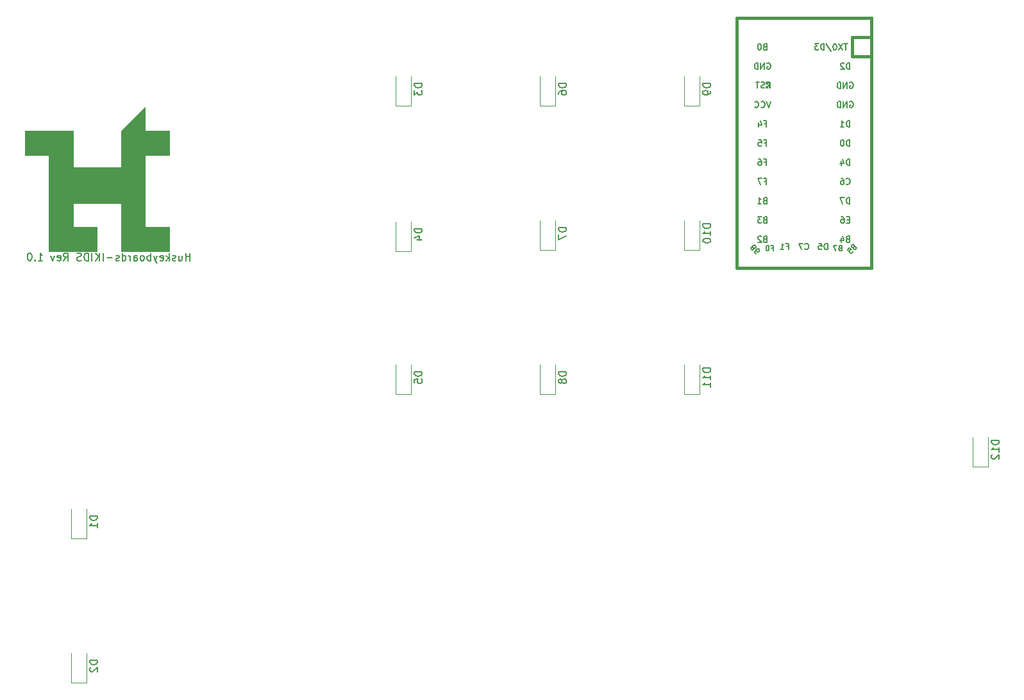
<source format=gbr>
%TF.GenerationSoftware,KiCad,Pcbnew,(5.1.9-0-10_14)*%
%TF.CreationDate,2021-04-17T16:13:15+09:00*%
%TF.ProjectId,IKIDS,494b4944-532e-46b6-9963-61645f706362,rev?*%
%TF.SameCoordinates,Original*%
%TF.FileFunction,Legend,Bot*%
%TF.FilePolarity,Positive*%
%FSLAX46Y46*%
G04 Gerber Fmt 4.6, Leading zero omitted, Abs format (unit mm)*
G04 Created by KiCad (PCBNEW (5.1.9-0-10_14)) date 2021-04-17 16:13:15*
%MOMM*%
%LPD*%
G01*
G04 APERTURE LIST*
%ADD10C,0.100000*%
%ADD11C,0.150000*%
%ADD12C,0.120000*%
%ADD13C,0.381000*%
G04 APERTURE END LIST*
D10*
G36*
X102393750Y-73818750D02*
G01*
X105568750Y-73818750D01*
X105568750Y-76993750D01*
X102393750Y-76993750D01*
X102393750Y-86518750D01*
X105568750Y-86518750D01*
X105568750Y-89693750D01*
X99218750Y-89693750D01*
X99218750Y-83343750D01*
X92868750Y-83343750D01*
X92868750Y-86518750D01*
X96043750Y-86518750D01*
X96043750Y-89693750D01*
X89693750Y-89693750D01*
X89693750Y-76993750D01*
X86518750Y-76993750D01*
X86518750Y-73818750D01*
X92868750Y-73818750D01*
X92868750Y-78581250D01*
X99218750Y-78581250D01*
X99218750Y-73818750D01*
X102393750Y-70643750D01*
X102393750Y-73818750D01*
G37*
X102393750Y-73818750D02*
X105568750Y-73818750D01*
X105568750Y-76993750D01*
X102393750Y-76993750D01*
X102393750Y-86518750D01*
X105568750Y-86518750D01*
X105568750Y-89693750D01*
X99218750Y-89693750D01*
X99218750Y-83343750D01*
X92868750Y-83343750D01*
X92868750Y-86518750D01*
X96043750Y-86518750D01*
X96043750Y-89693750D01*
X89693750Y-89693750D01*
X89693750Y-76993750D01*
X86518750Y-76993750D01*
X86518750Y-73818750D01*
X92868750Y-73818750D01*
X92868750Y-78581250D01*
X99218750Y-78581250D01*
X99218750Y-73818750D01*
X102393750Y-70643750D01*
X102393750Y-73818750D01*
D11*
X108345535Y-90939880D02*
X108345535Y-89939880D01*
X108345535Y-90416071D02*
X107774107Y-90416071D01*
X107774107Y-90939880D02*
X107774107Y-89939880D01*
X106869345Y-90273214D02*
X106869345Y-90939880D01*
X107297916Y-90273214D02*
X107297916Y-90797023D01*
X107250297Y-90892261D01*
X107155059Y-90939880D01*
X107012202Y-90939880D01*
X106916964Y-90892261D01*
X106869345Y-90844642D01*
X106440773Y-90892261D02*
X106345535Y-90939880D01*
X106155059Y-90939880D01*
X106059821Y-90892261D01*
X106012202Y-90797023D01*
X106012202Y-90749404D01*
X106059821Y-90654166D01*
X106155059Y-90606547D01*
X106297916Y-90606547D01*
X106393154Y-90558928D01*
X106440773Y-90463690D01*
X106440773Y-90416071D01*
X106393154Y-90320833D01*
X106297916Y-90273214D01*
X106155059Y-90273214D01*
X106059821Y-90320833D01*
X105583630Y-90939880D02*
X105583630Y-89939880D01*
X105488392Y-90558928D02*
X105202678Y-90939880D01*
X105202678Y-90273214D02*
X105583630Y-90654166D01*
X104393154Y-90892261D02*
X104488392Y-90939880D01*
X104678869Y-90939880D01*
X104774107Y-90892261D01*
X104821726Y-90797023D01*
X104821726Y-90416071D01*
X104774107Y-90320833D01*
X104678869Y-90273214D01*
X104488392Y-90273214D01*
X104393154Y-90320833D01*
X104345535Y-90416071D01*
X104345535Y-90511309D01*
X104821726Y-90606547D01*
X104012202Y-90273214D02*
X103774107Y-90939880D01*
X103536011Y-90273214D02*
X103774107Y-90939880D01*
X103869345Y-91177976D01*
X103916964Y-91225595D01*
X104012202Y-91273214D01*
X103155059Y-90939880D02*
X103155059Y-89939880D01*
X103155059Y-90320833D02*
X103059821Y-90273214D01*
X102869345Y-90273214D01*
X102774107Y-90320833D01*
X102726488Y-90368452D01*
X102678869Y-90463690D01*
X102678869Y-90749404D01*
X102726488Y-90844642D01*
X102774107Y-90892261D01*
X102869345Y-90939880D01*
X103059821Y-90939880D01*
X103155059Y-90892261D01*
X102107440Y-90939880D02*
X102202678Y-90892261D01*
X102250297Y-90844642D01*
X102297916Y-90749404D01*
X102297916Y-90463690D01*
X102250297Y-90368452D01*
X102202678Y-90320833D01*
X102107440Y-90273214D01*
X101964583Y-90273214D01*
X101869345Y-90320833D01*
X101821726Y-90368452D01*
X101774107Y-90463690D01*
X101774107Y-90749404D01*
X101821726Y-90844642D01*
X101869345Y-90892261D01*
X101964583Y-90939880D01*
X102107440Y-90939880D01*
X100916964Y-90939880D02*
X100916964Y-90416071D01*
X100964583Y-90320833D01*
X101059821Y-90273214D01*
X101250297Y-90273214D01*
X101345535Y-90320833D01*
X100916964Y-90892261D02*
X101012202Y-90939880D01*
X101250297Y-90939880D01*
X101345535Y-90892261D01*
X101393154Y-90797023D01*
X101393154Y-90701785D01*
X101345535Y-90606547D01*
X101250297Y-90558928D01*
X101012202Y-90558928D01*
X100916964Y-90511309D01*
X100440773Y-90939880D02*
X100440773Y-90273214D01*
X100440773Y-90463690D02*
X100393154Y-90368452D01*
X100345535Y-90320833D01*
X100250297Y-90273214D01*
X100155059Y-90273214D01*
X99393154Y-90939880D02*
X99393154Y-89939880D01*
X99393154Y-90892261D02*
X99488392Y-90939880D01*
X99678869Y-90939880D01*
X99774107Y-90892261D01*
X99821726Y-90844642D01*
X99869345Y-90749404D01*
X99869345Y-90463690D01*
X99821726Y-90368452D01*
X99774107Y-90320833D01*
X99678869Y-90273214D01*
X99488392Y-90273214D01*
X99393154Y-90320833D01*
X98964583Y-90892261D02*
X98869345Y-90939880D01*
X98678869Y-90939880D01*
X98583630Y-90892261D01*
X98536011Y-90797023D01*
X98536011Y-90749404D01*
X98583630Y-90654166D01*
X98678869Y-90606547D01*
X98821726Y-90606547D01*
X98916964Y-90558928D01*
X98964583Y-90463690D01*
X98964583Y-90416071D01*
X98916964Y-90320833D01*
X98821726Y-90273214D01*
X98678869Y-90273214D01*
X98583630Y-90320833D01*
X98107440Y-90558928D02*
X97345535Y-90558928D01*
X96869345Y-90939880D02*
X96869345Y-89939880D01*
X96393154Y-90939880D02*
X96393154Y-89939880D01*
X95821726Y-90939880D02*
X96250297Y-90368452D01*
X95821726Y-89939880D02*
X96393154Y-90511309D01*
X95393154Y-90939880D02*
X95393154Y-89939880D01*
X94916964Y-90939880D02*
X94916964Y-89939880D01*
X94678869Y-89939880D01*
X94536011Y-89987500D01*
X94440773Y-90082738D01*
X94393154Y-90177976D01*
X94345535Y-90368452D01*
X94345535Y-90511309D01*
X94393154Y-90701785D01*
X94440773Y-90797023D01*
X94536011Y-90892261D01*
X94678869Y-90939880D01*
X94916964Y-90939880D01*
X93964583Y-90892261D02*
X93821726Y-90939880D01*
X93583630Y-90939880D01*
X93488392Y-90892261D01*
X93440773Y-90844642D01*
X93393154Y-90749404D01*
X93393154Y-90654166D01*
X93440773Y-90558928D01*
X93488392Y-90511309D01*
X93583630Y-90463690D01*
X93774107Y-90416071D01*
X93869345Y-90368452D01*
X93916964Y-90320833D01*
X93964583Y-90225595D01*
X93964583Y-90130357D01*
X93916964Y-90035119D01*
X93869345Y-89987500D01*
X93774107Y-89939880D01*
X93536011Y-89939880D01*
X93393154Y-89987500D01*
X91631250Y-90939880D02*
X91964583Y-90463690D01*
X92202678Y-90939880D02*
X92202678Y-89939880D01*
X91821726Y-89939880D01*
X91726488Y-89987500D01*
X91678869Y-90035119D01*
X91631250Y-90130357D01*
X91631250Y-90273214D01*
X91678869Y-90368452D01*
X91726488Y-90416071D01*
X91821726Y-90463690D01*
X92202678Y-90463690D01*
X90821726Y-90892261D02*
X90916964Y-90939880D01*
X91107440Y-90939880D01*
X91202678Y-90892261D01*
X91250297Y-90797023D01*
X91250297Y-90416071D01*
X91202678Y-90320833D01*
X91107440Y-90273214D01*
X90916964Y-90273214D01*
X90821726Y-90320833D01*
X90774107Y-90416071D01*
X90774107Y-90511309D01*
X91250297Y-90606547D01*
X90440773Y-90273214D02*
X90202678Y-90939880D01*
X89964583Y-90273214D01*
X88297916Y-90939880D02*
X88869345Y-90939880D01*
X88583630Y-90939880D02*
X88583630Y-89939880D01*
X88678869Y-90082738D01*
X88774107Y-90177976D01*
X88869345Y-90225595D01*
X87869345Y-90844642D02*
X87821726Y-90892261D01*
X87869345Y-90939880D01*
X87916964Y-90892261D01*
X87869345Y-90844642D01*
X87869345Y-90939880D01*
X87202678Y-89939880D02*
X87107440Y-89939880D01*
X87012202Y-89987500D01*
X86964583Y-90035119D01*
X86916964Y-90130357D01*
X86869345Y-90320833D01*
X86869345Y-90558928D01*
X86916964Y-90749404D01*
X86964583Y-90844642D01*
X87012202Y-90892261D01*
X87107440Y-90939880D01*
X87202678Y-90939880D01*
X87297916Y-90892261D01*
X87345535Y-90844642D01*
X87393154Y-90749404D01*
X87440773Y-90558928D01*
X87440773Y-90320833D01*
X87393154Y-90130357D01*
X87345535Y-90035119D01*
X87297916Y-89987500D01*
X87202678Y-89939880D01*
D12*
%TO.C,D12*%
X213725000Y-118137500D02*
X211725000Y-118137500D01*
X211725000Y-118137500D02*
X211725000Y-114237500D01*
X213725000Y-118137500D02*
X213725000Y-114237500D01*
%TO.C,D11*%
X175625000Y-108612500D02*
X173625000Y-108612500D01*
X173625000Y-108612500D02*
X173625000Y-104712500D01*
X175625000Y-108612500D02*
X175625000Y-104712500D01*
%TO.C,D10*%
X175625000Y-89562500D02*
X173625000Y-89562500D01*
X173625000Y-89562500D02*
X173625000Y-85662500D01*
X175625000Y-89562500D02*
X175625000Y-85662500D01*
%TO.C,D9*%
X175625000Y-70512500D02*
X173625000Y-70512500D01*
X173625000Y-70512500D02*
X173625000Y-66612500D01*
X175625000Y-70512500D02*
X175625000Y-66612500D01*
%TO.C,D8*%
X156575000Y-108612500D02*
X154575000Y-108612500D01*
X154575000Y-108612500D02*
X154575000Y-104712500D01*
X156575000Y-108612500D02*
X156575000Y-104712500D01*
%TO.C,D7*%
X156575000Y-89562500D02*
X154575000Y-89562500D01*
X154575000Y-89562500D02*
X154575000Y-85662500D01*
X156575000Y-89562500D02*
X156575000Y-85662500D01*
%TO.C,D6*%
X156575000Y-70512500D02*
X154575000Y-70512500D01*
X154575000Y-70512500D02*
X154575000Y-66612500D01*
X156575000Y-70512500D02*
X156575000Y-66612500D01*
%TO.C,D5*%
X137525000Y-108612500D02*
X135525000Y-108612500D01*
X135525000Y-108612500D02*
X135525000Y-104712500D01*
X137525000Y-108612500D02*
X137525000Y-104712500D01*
%TO.C,D4*%
X137525000Y-89706250D02*
X135525000Y-89706250D01*
X135525000Y-89706250D02*
X135525000Y-85806250D01*
X137525000Y-89706250D02*
X137525000Y-85806250D01*
%TO.C,D3*%
X137525000Y-70512500D02*
X135525000Y-70512500D01*
X135525000Y-70512500D02*
X135525000Y-66612500D01*
X137525000Y-70512500D02*
X137525000Y-66612500D01*
%TO.C,D2*%
X94662500Y-146712500D02*
X92662500Y-146712500D01*
X92662500Y-146712500D02*
X92662500Y-142812500D01*
X94662500Y-146712500D02*
X94662500Y-142812500D01*
%TO.C,D1*%
X94662500Y-127662500D02*
X92662500Y-127662500D01*
X92662500Y-127662500D02*
X92662500Y-123762500D01*
X94662500Y-127662500D02*
X94662500Y-123762500D01*
D13*
%TO.C,U1*%
X195738750Y-61468000D02*
X198278750Y-61468000D01*
X198278750Y-58928000D02*
X198278750Y-61468000D01*
X180498750Y-58928000D02*
X198278750Y-58928000D01*
X180498750Y-61468000D02*
X180498750Y-58928000D01*
D11*
G36*
X184457182Y-67947360D02*
G01*
X184457182Y-68147360D01*
X184557182Y-68147360D01*
X184557182Y-67947360D01*
X184457182Y-67947360D01*
G37*
X184457182Y-67947360D02*
X184457182Y-68147360D01*
X184557182Y-68147360D01*
X184557182Y-67947360D01*
X184457182Y-67947360D01*
G36*
X184857182Y-67347360D02*
G01*
X184857182Y-68147360D01*
X184957182Y-68147360D01*
X184957182Y-67347360D01*
X184857182Y-67347360D01*
G37*
X184857182Y-67347360D02*
X184857182Y-68147360D01*
X184957182Y-68147360D01*
X184957182Y-67347360D01*
X184857182Y-67347360D01*
G36*
X184457182Y-67347360D02*
G01*
X184457182Y-67447360D01*
X184957182Y-67447360D01*
X184957182Y-67347360D01*
X184457182Y-67347360D01*
G37*
X184457182Y-67347360D02*
X184457182Y-67447360D01*
X184957182Y-67447360D01*
X184957182Y-67347360D01*
X184457182Y-67347360D01*
G36*
X184657182Y-67747360D02*
G01*
X184657182Y-67847360D01*
X184757182Y-67847360D01*
X184757182Y-67747360D01*
X184657182Y-67747360D01*
G37*
X184657182Y-67747360D02*
X184657182Y-67847360D01*
X184757182Y-67847360D01*
X184757182Y-67747360D01*
X184657182Y-67747360D01*
G36*
X184457182Y-67347360D02*
G01*
X184457182Y-67647360D01*
X184557182Y-67647360D01*
X184557182Y-67347360D01*
X184457182Y-67347360D01*
G37*
X184457182Y-67347360D02*
X184457182Y-67647360D01*
X184557182Y-67647360D01*
X184557182Y-67347360D01*
X184457182Y-67347360D01*
D13*
X195738750Y-64008000D02*
X198278750Y-64008000D01*
X195738750Y-61468000D02*
X195738750Y-64008000D01*
X180498750Y-91948000D02*
X180498750Y-61468000D01*
X198278750Y-91948000D02*
X180498750Y-91948000D01*
X198278750Y-61468000D02*
X198278750Y-91948000D01*
%TO.C,D12*%
D11*
X215177380Y-114673214D02*
X214177380Y-114673214D01*
X214177380Y-114911309D01*
X214225000Y-115054166D01*
X214320238Y-115149404D01*
X214415476Y-115197023D01*
X214605952Y-115244642D01*
X214748809Y-115244642D01*
X214939285Y-115197023D01*
X215034523Y-115149404D01*
X215129761Y-115054166D01*
X215177380Y-114911309D01*
X215177380Y-114673214D01*
X215177380Y-116197023D02*
X215177380Y-115625595D01*
X215177380Y-115911309D02*
X214177380Y-115911309D01*
X214320238Y-115816071D01*
X214415476Y-115720833D01*
X214463095Y-115625595D01*
X214272619Y-116577976D02*
X214225000Y-116625595D01*
X214177380Y-116720833D01*
X214177380Y-116958928D01*
X214225000Y-117054166D01*
X214272619Y-117101785D01*
X214367857Y-117149404D01*
X214463095Y-117149404D01*
X214605952Y-117101785D01*
X215177380Y-116530357D01*
X215177380Y-117149404D01*
%TO.C,D11*%
X177077380Y-105148214D02*
X176077380Y-105148214D01*
X176077380Y-105386309D01*
X176125000Y-105529166D01*
X176220238Y-105624404D01*
X176315476Y-105672023D01*
X176505952Y-105719642D01*
X176648809Y-105719642D01*
X176839285Y-105672023D01*
X176934523Y-105624404D01*
X177029761Y-105529166D01*
X177077380Y-105386309D01*
X177077380Y-105148214D01*
X177077380Y-106672023D02*
X177077380Y-106100595D01*
X177077380Y-106386309D02*
X176077380Y-106386309D01*
X176220238Y-106291071D01*
X176315476Y-106195833D01*
X176363095Y-106100595D01*
X177077380Y-107624404D02*
X177077380Y-107052976D01*
X177077380Y-107338690D02*
X176077380Y-107338690D01*
X176220238Y-107243452D01*
X176315476Y-107148214D01*
X176363095Y-107052976D01*
%TO.C,D10*%
X177077380Y-86098214D02*
X176077380Y-86098214D01*
X176077380Y-86336309D01*
X176125000Y-86479166D01*
X176220238Y-86574404D01*
X176315476Y-86622023D01*
X176505952Y-86669642D01*
X176648809Y-86669642D01*
X176839285Y-86622023D01*
X176934523Y-86574404D01*
X177029761Y-86479166D01*
X177077380Y-86336309D01*
X177077380Y-86098214D01*
X177077380Y-87622023D02*
X177077380Y-87050595D01*
X177077380Y-87336309D02*
X176077380Y-87336309D01*
X176220238Y-87241071D01*
X176315476Y-87145833D01*
X176363095Y-87050595D01*
X176077380Y-88241071D02*
X176077380Y-88336309D01*
X176125000Y-88431547D01*
X176172619Y-88479166D01*
X176267857Y-88526785D01*
X176458333Y-88574404D01*
X176696428Y-88574404D01*
X176886904Y-88526785D01*
X176982142Y-88479166D01*
X177029761Y-88431547D01*
X177077380Y-88336309D01*
X177077380Y-88241071D01*
X177029761Y-88145833D01*
X176982142Y-88098214D01*
X176886904Y-88050595D01*
X176696428Y-88002976D01*
X176458333Y-88002976D01*
X176267857Y-88050595D01*
X176172619Y-88098214D01*
X176125000Y-88145833D01*
X176077380Y-88241071D01*
%TO.C,D9*%
X177077380Y-67524404D02*
X176077380Y-67524404D01*
X176077380Y-67762500D01*
X176125000Y-67905357D01*
X176220238Y-68000595D01*
X176315476Y-68048214D01*
X176505952Y-68095833D01*
X176648809Y-68095833D01*
X176839285Y-68048214D01*
X176934523Y-68000595D01*
X177029761Y-67905357D01*
X177077380Y-67762500D01*
X177077380Y-67524404D01*
X177077380Y-68572023D02*
X177077380Y-68762500D01*
X177029761Y-68857738D01*
X176982142Y-68905357D01*
X176839285Y-69000595D01*
X176648809Y-69048214D01*
X176267857Y-69048214D01*
X176172619Y-69000595D01*
X176125000Y-68952976D01*
X176077380Y-68857738D01*
X176077380Y-68667261D01*
X176125000Y-68572023D01*
X176172619Y-68524404D01*
X176267857Y-68476785D01*
X176505952Y-68476785D01*
X176601190Y-68524404D01*
X176648809Y-68572023D01*
X176696428Y-68667261D01*
X176696428Y-68857738D01*
X176648809Y-68952976D01*
X176601190Y-69000595D01*
X176505952Y-69048214D01*
%TO.C,D8*%
X158027380Y-105624404D02*
X157027380Y-105624404D01*
X157027380Y-105862500D01*
X157075000Y-106005357D01*
X157170238Y-106100595D01*
X157265476Y-106148214D01*
X157455952Y-106195833D01*
X157598809Y-106195833D01*
X157789285Y-106148214D01*
X157884523Y-106100595D01*
X157979761Y-106005357D01*
X158027380Y-105862500D01*
X158027380Y-105624404D01*
X157455952Y-106767261D02*
X157408333Y-106672023D01*
X157360714Y-106624404D01*
X157265476Y-106576785D01*
X157217857Y-106576785D01*
X157122619Y-106624404D01*
X157075000Y-106672023D01*
X157027380Y-106767261D01*
X157027380Y-106957738D01*
X157075000Y-107052976D01*
X157122619Y-107100595D01*
X157217857Y-107148214D01*
X157265476Y-107148214D01*
X157360714Y-107100595D01*
X157408333Y-107052976D01*
X157455952Y-106957738D01*
X157455952Y-106767261D01*
X157503571Y-106672023D01*
X157551190Y-106624404D01*
X157646428Y-106576785D01*
X157836904Y-106576785D01*
X157932142Y-106624404D01*
X157979761Y-106672023D01*
X158027380Y-106767261D01*
X158027380Y-106957738D01*
X157979761Y-107052976D01*
X157932142Y-107100595D01*
X157836904Y-107148214D01*
X157646428Y-107148214D01*
X157551190Y-107100595D01*
X157503571Y-107052976D01*
X157455952Y-106957738D01*
%TO.C,D7*%
X158027380Y-86574404D02*
X157027380Y-86574404D01*
X157027380Y-86812500D01*
X157075000Y-86955357D01*
X157170238Y-87050595D01*
X157265476Y-87098214D01*
X157455952Y-87145833D01*
X157598809Y-87145833D01*
X157789285Y-87098214D01*
X157884523Y-87050595D01*
X157979761Y-86955357D01*
X158027380Y-86812500D01*
X158027380Y-86574404D01*
X157027380Y-87479166D02*
X157027380Y-88145833D01*
X158027380Y-87717261D01*
%TO.C,D6*%
X158027380Y-67524404D02*
X157027380Y-67524404D01*
X157027380Y-67762500D01*
X157075000Y-67905357D01*
X157170238Y-68000595D01*
X157265476Y-68048214D01*
X157455952Y-68095833D01*
X157598809Y-68095833D01*
X157789285Y-68048214D01*
X157884523Y-68000595D01*
X157979761Y-67905357D01*
X158027380Y-67762500D01*
X158027380Y-67524404D01*
X157027380Y-68952976D02*
X157027380Y-68762500D01*
X157075000Y-68667261D01*
X157122619Y-68619642D01*
X157265476Y-68524404D01*
X157455952Y-68476785D01*
X157836904Y-68476785D01*
X157932142Y-68524404D01*
X157979761Y-68572023D01*
X158027380Y-68667261D01*
X158027380Y-68857738D01*
X157979761Y-68952976D01*
X157932142Y-69000595D01*
X157836904Y-69048214D01*
X157598809Y-69048214D01*
X157503571Y-69000595D01*
X157455952Y-68952976D01*
X157408333Y-68857738D01*
X157408333Y-68667261D01*
X157455952Y-68572023D01*
X157503571Y-68524404D01*
X157598809Y-68476785D01*
%TO.C,D5*%
X138977380Y-105624404D02*
X137977380Y-105624404D01*
X137977380Y-105862500D01*
X138025000Y-106005357D01*
X138120238Y-106100595D01*
X138215476Y-106148214D01*
X138405952Y-106195833D01*
X138548809Y-106195833D01*
X138739285Y-106148214D01*
X138834523Y-106100595D01*
X138929761Y-106005357D01*
X138977380Y-105862500D01*
X138977380Y-105624404D01*
X137977380Y-107100595D02*
X137977380Y-106624404D01*
X138453571Y-106576785D01*
X138405952Y-106624404D01*
X138358333Y-106719642D01*
X138358333Y-106957738D01*
X138405952Y-107052976D01*
X138453571Y-107100595D01*
X138548809Y-107148214D01*
X138786904Y-107148214D01*
X138882142Y-107100595D01*
X138929761Y-107052976D01*
X138977380Y-106957738D01*
X138977380Y-106719642D01*
X138929761Y-106624404D01*
X138882142Y-106576785D01*
%TO.C,D4*%
X138977380Y-86718154D02*
X137977380Y-86718154D01*
X137977380Y-86956250D01*
X138025000Y-87099107D01*
X138120238Y-87194345D01*
X138215476Y-87241964D01*
X138405952Y-87289583D01*
X138548809Y-87289583D01*
X138739285Y-87241964D01*
X138834523Y-87194345D01*
X138929761Y-87099107D01*
X138977380Y-86956250D01*
X138977380Y-86718154D01*
X138310714Y-88146726D02*
X138977380Y-88146726D01*
X137929761Y-87908630D02*
X138644047Y-87670535D01*
X138644047Y-88289583D01*
%TO.C,D3*%
X138977380Y-67524404D02*
X137977380Y-67524404D01*
X137977380Y-67762500D01*
X138025000Y-67905357D01*
X138120238Y-68000595D01*
X138215476Y-68048214D01*
X138405952Y-68095833D01*
X138548809Y-68095833D01*
X138739285Y-68048214D01*
X138834523Y-68000595D01*
X138929761Y-67905357D01*
X138977380Y-67762500D01*
X138977380Y-67524404D01*
X137977380Y-68429166D02*
X137977380Y-69048214D01*
X138358333Y-68714880D01*
X138358333Y-68857738D01*
X138405952Y-68952976D01*
X138453571Y-69000595D01*
X138548809Y-69048214D01*
X138786904Y-69048214D01*
X138882142Y-69000595D01*
X138929761Y-68952976D01*
X138977380Y-68857738D01*
X138977380Y-68572023D01*
X138929761Y-68476785D01*
X138882142Y-68429166D01*
%TO.C,D2*%
X96114880Y-143724404D02*
X95114880Y-143724404D01*
X95114880Y-143962500D01*
X95162500Y-144105357D01*
X95257738Y-144200595D01*
X95352976Y-144248214D01*
X95543452Y-144295833D01*
X95686309Y-144295833D01*
X95876785Y-144248214D01*
X95972023Y-144200595D01*
X96067261Y-144105357D01*
X96114880Y-143962500D01*
X96114880Y-143724404D01*
X95210119Y-144676785D02*
X95162500Y-144724404D01*
X95114880Y-144819642D01*
X95114880Y-145057738D01*
X95162500Y-145152976D01*
X95210119Y-145200595D01*
X95305357Y-145248214D01*
X95400595Y-145248214D01*
X95543452Y-145200595D01*
X96114880Y-144629166D01*
X96114880Y-145248214D01*
%TO.C,D1*%
X96114880Y-124674404D02*
X95114880Y-124674404D01*
X95114880Y-124912500D01*
X95162500Y-125055357D01*
X95257738Y-125150595D01*
X95352976Y-125198214D01*
X95543452Y-125245833D01*
X95686309Y-125245833D01*
X95876785Y-125198214D01*
X95972023Y-125150595D01*
X96067261Y-125055357D01*
X96114880Y-124912500D01*
X96114880Y-124674404D01*
X96114880Y-126198214D02*
X96114880Y-125626785D01*
X96114880Y-125912500D02*
X95114880Y-125912500D01*
X95257738Y-125817261D01*
X95352976Y-125722023D01*
X95400595Y-125626785D01*
%TO.C,U1*%
X192519226Y-89469904D02*
X192519226Y-88669904D01*
X192328750Y-88669904D01*
X192214464Y-88708000D01*
X192138273Y-88784190D01*
X192100178Y-88860380D01*
X192062083Y-89012761D01*
X192062083Y-89127047D01*
X192100178Y-89279428D01*
X192138273Y-89355619D01*
X192214464Y-89431809D01*
X192328750Y-89469904D01*
X192519226Y-89469904D01*
X191338273Y-88669904D02*
X191719226Y-88669904D01*
X191757321Y-89050857D01*
X191719226Y-89012761D01*
X191643035Y-88974666D01*
X191452559Y-88974666D01*
X191376369Y-89012761D01*
X191338273Y-89050857D01*
X191300178Y-89127047D01*
X191300178Y-89317523D01*
X191338273Y-89393714D01*
X191376369Y-89431809D01*
X191452559Y-89469904D01*
X191643035Y-89469904D01*
X191719226Y-89431809D01*
X191757321Y-89393714D01*
X187115416Y-89050857D02*
X187382083Y-89050857D01*
X187382083Y-89469904D02*
X187382083Y-88669904D01*
X187001130Y-88669904D01*
X186277321Y-89469904D02*
X186734464Y-89469904D01*
X186505892Y-89469904D02*
X186505892Y-88669904D01*
X186582083Y-88784190D01*
X186658273Y-88860380D01*
X186734464Y-88898476D01*
X189522083Y-89393714D02*
X189560178Y-89431809D01*
X189674464Y-89469904D01*
X189750654Y-89469904D01*
X189864940Y-89431809D01*
X189941130Y-89355619D01*
X189979226Y-89279428D01*
X190017321Y-89127047D01*
X190017321Y-89012761D01*
X189979226Y-88860380D01*
X189941130Y-88784190D01*
X189864940Y-88708000D01*
X189750654Y-88669904D01*
X189674464Y-88669904D01*
X189560178Y-88708000D01*
X189522083Y-88746095D01*
X189255416Y-88669904D02*
X188722083Y-88669904D01*
X189064940Y-89469904D01*
X182753047Y-89243008D02*
X182847328Y-89290148D01*
X182894469Y-89290148D01*
X182965179Y-89266578D01*
X183035890Y-89195867D01*
X183059460Y-89125157D01*
X183059460Y-89078016D01*
X183035890Y-89007306D01*
X182847328Y-88818744D01*
X182352353Y-89313719D01*
X182517345Y-89478710D01*
X182588056Y-89502280D01*
X182635196Y-89502280D01*
X182705907Y-89478710D01*
X182753047Y-89431570D01*
X182776617Y-89360859D01*
X182776617Y-89313719D01*
X182753047Y-89243008D01*
X182588056Y-89078016D01*
X183059460Y-90020825D02*
X182965179Y-89926544D01*
X182941609Y-89855834D01*
X182941609Y-89808693D01*
X182965179Y-89690842D01*
X183035890Y-89572991D01*
X183224452Y-89384429D01*
X183295162Y-89360859D01*
X183342303Y-89360859D01*
X183413014Y-89384429D01*
X183507294Y-89478710D01*
X183530865Y-89549421D01*
X183530865Y-89596561D01*
X183507294Y-89667272D01*
X183389443Y-89785123D01*
X183318733Y-89808693D01*
X183271592Y-89808693D01*
X183200882Y-89785123D01*
X183106601Y-89690842D01*
X183083030Y-89620132D01*
X183083030Y-89572991D01*
X183106601Y-89502280D01*
X185122083Y-89258000D02*
X185355416Y-89258000D01*
X185355416Y-89624666D02*
X185355416Y-88924666D01*
X185022083Y-88924666D01*
X184622083Y-88924666D02*
X184555416Y-88924666D01*
X184488750Y-88958000D01*
X184455416Y-88991333D01*
X184422083Y-89058000D01*
X184388750Y-89191333D01*
X184388750Y-89358000D01*
X184422083Y-89491333D01*
X184455416Y-89558000D01*
X184488750Y-89591333D01*
X184555416Y-89624666D01*
X184622083Y-89624666D01*
X184688750Y-89591333D01*
X184722083Y-89558000D01*
X184755416Y-89491333D01*
X184788750Y-89358000D01*
X184788750Y-89191333D01*
X184755416Y-89058000D01*
X184722083Y-88991333D01*
X184688750Y-88958000D01*
X184622083Y-88924666D01*
X194172083Y-89258000D02*
X194072083Y-89291333D01*
X194038750Y-89324666D01*
X194005416Y-89391333D01*
X194005416Y-89491333D01*
X194038750Y-89558000D01*
X194072083Y-89591333D01*
X194138750Y-89624666D01*
X194405416Y-89624666D01*
X194405416Y-88924666D01*
X194172083Y-88924666D01*
X194105416Y-88958000D01*
X194072083Y-88991333D01*
X194038750Y-89058000D01*
X194038750Y-89124666D01*
X194072083Y-89191333D01*
X194105416Y-89224666D01*
X194172083Y-89258000D01*
X194405416Y-89258000D01*
X193772083Y-88924666D02*
X193305416Y-88924666D01*
X193605416Y-89624666D01*
X195151098Y-62299904D02*
X194693955Y-62299904D01*
X194922526Y-63099904D02*
X194922526Y-62299904D01*
X194503479Y-62299904D02*
X193970145Y-63099904D01*
X193970145Y-62299904D02*
X194503479Y-63099904D01*
X193513002Y-62299904D02*
X193436812Y-62299904D01*
X193360622Y-62338000D01*
X193322526Y-62376095D01*
X193284431Y-62452285D01*
X193246336Y-62604666D01*
X193246336Y-62795142D01*
X193284431Y-62947523D01*
X193322526Y-63023714D01*
X193360622Y-63061809D01*
X193436812Y-63099904D01*
X193513002Y-63099904D01*
X193589193Y-63061809D01*
X193627288Y-63023714D01*
X193665383Y-62947523D01*
X193703479Y-62795142D01*
X193703479Y-62604666D01*
X193665383Y-62452285D01*
X193627288Y-62376095D01*
X193589193Y-62338000D01*
X193513002Y-62299904D01*
X192332050Y-62261809D02*
X193017764Y-63290380D01*
X192065383Y-63099904D02*
X192065383Y-62299904D01*
X191874907Y-62299904D01*
X191760622Y-62338000D01*
X191684431Y-62414190D01*
X191646336Y-62490380D01*
X191608241Y-62642761D01*
X191608241Y-62757047D01*
X191646336Y-62909428D01*
X191684431Y-62985619D01*
X191760622Y-63061809D01*
X191874907Y-63099904D01*
X192065383Y-63099904D01*
X191341574Y-62299904D02*
X190846336Y-62299904D01*
X191113002Y-62604666D01*
X190998717Y-62604666D01*
X190922526Y-62642761D01*
X190884431Y-62680857D01*
X190846336Y-62757047D01*
X190846336Y-62947523D01*
X190884431Y-63023714D01*
X190922526Y-63061809D01*
X190998717Y-63099904D01*
X191227288Y-63099904D01*
X191303479Y-63061809D01*
X191341574Y-63023714D01*
X195440226Y-65639904D02*
X195440226Y-64839904D01*
X195249750Y-64839904D01*
X195135464Y-64878000D01*
X195059273Y-64954190D01*
X195021178Y-65030380D01*
X194983083Y-65182761D01*
X194983083Y-65297047D01*
X195021178Y-65449428D01*
X195059273Y-65525619D01*
X195135464Y-65601809D01*
X195249750Y-65639904D01*
X195440226Y-65639904D01*
X194678321Y-64916095D02*
X194640226Y-64878000D01*
X194564035Y-64839904D01*
X194373559Y-64839904D01*
X194297369Y-64878000D01*
X194259273Y-64916095D01*
X194221178Y-64992285D01*
X194221178Y-65068476D01*
X194259273Y-65182761D01*
X194716416Y-65639904D01*
X194221178Y-65639904D01*
X195440226Y-75799904D02*
X195440226Y-74999904D01*
X195249750Y-74999904D01*
X195135464Y-75038000D01*
X195059273Y-75114190D01*
X195021178Y-75190380D01*
X194983083Y-75342761D01*
X194983083Y-75457047D01*
X195021178Y-75609428D01*
X195059273Y-75685619D01*
X195135464Y-75761809D01*
X195249750Y-75799904D01*
X195440226Y-75799904D01*
X194487845Y-74999904D02*
X194411654Y-74999904D01*
X194335464Y-75038000D01*
X194297369Y-75076095D01*
X194259273Y-75152285D01*
X194221178Y-75304666D01*
X194221178Y-75495142D01*
X194259273Y-75647523D01*
X194297369Y-75723714D01*
X194335464Y-75761809D01*
X194411654Y-75799904D01*
X194487845Y-75799904D01*
X194564035Y-75761809D01*
X194602130Y-75723714D01*
X194640226Y-75647523D01*
X194678321Y-75495142D01*
X194678321Y-75304666D01*
X194640226Y-75152285D01*
X194602130Y-75076095D01*
X194564035Y-75038000D01*
X194487845Y-74999904D01*
X195440226Y-73259904D02*
X195440226Y-72459904D01*
X195249750Y-72459904D01*
X195135464Y-72498000D01*
X195059273Y-72574190D01*
X195021178Y-72650380D01*
X194983083Y-72802761D01*
X194983083Y-72917047D01*
X195021178Y-73069428D01*
X195059273Y-73145619D01*
X195135464Y-73221809D01*
X195249750Y-73259904D01*
X195440226Y-73259904D01*
X194221178Y-73259904D02*
X194678321Y-73259904D01*
X194449750Y-73259904D02*
X194449750Y-72459904D01*
X194525940Y-72574190D01*
X194602130Y-72650380D01*
X194678321Y-72688476D01*
X195459273Y-69958000D02*
X195535464Y-69919904D01*
X195649750Y-69919904D01*
X195764035Y-69958000D01*
X195840226Y-70034190D01*
X195878321Y-70110380D01*
X195916416Y-70262761D01*
X195916416Y-70377047D01*
X195878321Y-70529428D01*
X195840226Y-70605619D01*
X195764035Y-70681809D01*
X195649750Y-70719904D01*
X195573559Y-70719904D01*
X195459273Y-70681809D01*
X195421178Y-70643714D01*
X195421178Y-70377047D01*
X195573559Y-70377047D01*
X195078321Y-70719904D02*
X195078321Y-69919904D01*
X194621178Y-70719904D01*
X194621178Y-69919904D01*
X194240226Y-70719904D02*
X194240226Y-69919904D01*
X194049750Y-69919904D01*
X193935464Y-69958000D01*
X193859273Y-70034190D01*
X193821178Y-70110380D01*
X193783083Y-70262761D01*
X193783083Y-70377047D01*
X193821178Y-70529428D01*
X193859273Y-70605619D01*
X193935464Y-70681809D01*
X194049750Y-70719904D01*
X194240226Y-70719904D01*
X195459273Y-67418000D02*
X195535464Y-67379904D01*
X195649750Y-67379904D01*
X195764035Y-67418000D01*
X195840226Y-67494190D01*
X195878321Y-67570380D01*
X195916416Y-67722761D01*
X195916416Y-67837047D01*
X195878321Y-67989428D01*
X195840226Y-68065619D01*
X195764035Y-68141809D01*
X195649750Y-68179904D01*
X195573559Y-68179904D01*
X195459273Y-68141809D01*
X195421178Y-68103714D01*
X195421178Y-67837047D01*
X195573559Y-67837047D01*
X195078321Y-68179904D02*
X195078321Y-67379904D01*
X194621178Y-68179904D01*
X194621178Y-67379904D01*
X194240226Y-68179904D02*
X194240226Y-67379904D01*
X194049750Y-67379904D01*
X193935464Y-67418000D01*
X193859273Y-67494190D01*
X193821178Y-67570380D01*
X193783083Y-67722761D01*
X193783083Y-67837047D01*
X193821178Y-67989428D01*
X193859273Y-68065619D01*
X193935464Y-68141809D01*
X194049750Y-68179904D01*
X194240226Y-68179904D01*
X195440226Y-78339904D02*
X195440226Y-77539904D01*
X195249750Y-77539904D01*
X195135464Y-77578000D01*
X195059273Y-77654190D01*
X195021178Y-77730380D01*
X194983083Y-77882761D01*
X194983083Y-77997047D01*
X195021178Y-78149428D01*
X195059273Y-78225619D01*
X195135464Y-78301809D01*
X195249750Y-78339904D01*
X195440226Y-78339904D01*
X194297369Y-77806571D02*
X194297369Y-78339904D01*
X194487845Y-77501809D02*
X194678321Y-78073238D01*
X194183083Y-78073238D01*
X194983083Y-80803714D02*
X195021178Y-80841809D01*
X195135464Y-80879904D01*
X195211654Y-80879904D01*
X195325940Y-80841809D01*
X195402130Y-80765619D01*
X195440226Y-80689428D01*
X195478321Y-80537047D01*
X195478321Y-80422761D01*
X195440226Y-80270380D01*
X195402130Y-80194190D01*
X195325940Y-80118000D01*
X195211654Y-80079904D01*
X195135464Y-80079904D01*
X195021178Y-80118000D01*
X194983083Y-80156095D01*
X194297369Y-80079904D02*
X194449750Y-80079904D01*
X194525940Y-80118000D01*
X194564035Y-80156095D01*
X194640226Y-80270380D01*
X194678321Y-80422761D01*
X194678321Y-80727523D01*
X194640226Y-80803714D01*
X194602130Y-80841809D01*
X194525940Y-80879904D01*
X194373559Y-80879904D01*
X194297369Y-80841809D01*
X194259273Y-80803714D01*
X194221178Y-80727523D01*
X194221178Y-80537047D01*
X194259273Y-80460857D01*
X194297369Y-80422761D01*
X194373559Y-80384666D01*
X194525940Y-80384666D01*
X194602130Y-80422761D01*
X194640226Y-80460857D01*
X194678321Y-80537047D01*
X195440226Y-83419904D02*
X195440226Y-82619904D01*
X195249750Y-82619904D01*
X195135464Y-82658000D01*
X195059273Y-82734190D01*
X195021178Y-82810380D01*
X194983083Y-82962761D01*
X194983083Y-83077047D01*
X195021178Y-83229428D01*
X195059273Y-83305619D01*
X195135464Y-83381809D01*
X195249750Y-83419904D01*
X195440226Y-83419904D01*
X194716416Y-82619904D02*
X194183083Y-82619904D01*
X194525940Y-83419904D01*
X195402130Y-85540857D02*
X195135464Y-85540857D01*
X195021178Y-85959904D02*
X195402130Y-85959904D01*
X195402130Y-85159904D01*
X195021178Y-85159904D01*
X194335464Y-85159904D02*
X194487845Y-85159904D01*
X194564035Y-85198000D01*
X194602130Y-85236095D01*
X194678321Y-85350380D01*
X194716416Y-85502761D01*
X194716416Y-85807523D01*
X194678321Y-85883714D01*
X194640226Y-85921809D01*
X194564035Y-85959904D01*
X194411654Y-85959904D01*
X194335464Y-85921809D01*
X194297369Y-85883714D01*
X194259273Y-85807523D01*
X194259273Y-85617047D01*
X194297369Y-85540857D01*
X194335464Y-85502761D01*
X194411654Y-85464666D01*
X194564035Y-85464666D01*
X194640226Y-85502761D01*
X194678321Y-85540857D01*
X194716416Y-85617047D01*
X195173559Y-88080857D02*
X195059273Y-88118952D01*
X195021178Y-88157047D01*
X194983083Y-88233238D01*
X194983083Y-88347523D01*
X195021178Y-88423714D01*
X195059273Y-88461809D01*
X195135464Y-88499904D01*
X195440226Y-88499904D01*
X195440226Y-87699904D01*
X195173559Y-87699904D01*
X195097369Y-87738000D01*
X195059273Y-87776095D01*
X195021178Y-87852285D01*
X195021178Y-87928476D01*
X195059273Y-88004666D01*
X195097369Y-88042761D01*
X195173559Y-88080857D01*
X195440226Y-88080857D01*
X194297369Y-87966571D02*
X194297369Y-88499904D01*
X194487845Y-87661809D02*
X194678321Y-88233238D01*
X194183083Y-88233238D01*
X195953741Y-89172297D02*
X195906601Y-89266578D01*
X195906601Y-89313719D01*
X195930171Y-89384429D01*
X196000882Y-89455140D01*
X196071592Y-89478710D01*
X196118733Y-89478710D01*
X196189443Y-89455140D01*
X196378005Y-89266578D01*
X195883030Y-88771603D01*
X195718039Y-88936595D01*
X195694469Y-89007306D01*
X195694469Y-89054446D01*
X195718039Y-89125157D01*
X195765179Y-89172297D01*
X195835890Y-89195867D01*
X195883030Y-89195867D01*
X195953741Y-89172297D01*
X196118733Y-89007306D01*
X195152353Y-89502280D02*
X195388056Y-89266578D01*
X195647328Y-89478710D01*
X195600188Y-89478710D01*
X195529477Y-89502280D01*
X195411626Y-89620132D01*
X195388056Y-89690842D01*
X195388056Y-89737983D01*
X195411626Y-89808693D01*
X195529477Y-89926544D01*
X195600188Y-89950115D01*
X195647328Y-89950115D01*
X195718039Y-89926544D01*
X195835890Y-89808693D01*
X195859460Y-89737983D01*
X195859460Y-89690842D01*
X184251559Y-85540857D02*
X184137273Y-85578952D01*
X184099178Y-85617047D01*
X184061083Y-85693238D01*
X184061083Y-85807523D01*
X184099178Y-85883714D01*
X184137273Y-85921809D01*
X184213464Y-85959904D01*
X184518226Y-85959904D01*
X184518226Y-85159904D01*
X184251559Y-85159904D01*
X184175369Y-85198000D01*
X184137273Y-85236095D01*
X184099178Y-85312285D01*
X184099178Y-85388476D01*
X184137273Y-85464666D01*
X184175369Y-85502761D01*
X184251559Y-85540857D01*
X184518226Y-85540857D01*
X183794416Y-85159904D02*
X183299178Y-85159904D01*
X183565845Y-85464666D01*
X183451559Y-85464666D01*
X183375369Y-85502761D01*
X183337273Y-85540857D01*
X183299178Y-85617047D01*
X183299178Y-85807523D01*
X183337273Y-85883714D01*
X183375369Y-85921809D01*
X183451559Y-85959904D01*
X183680130Y-85959904D01*
X183756321Y-85921809D01*
X183794416Y-85883714D01*
X184251559Y-83000857D02*
X184137273Y-83038952D01*
X184099178Y-83077047D01*
X184061083Y-83153238D01*
X184061083Y-83267523D01*
X184099178Y-83343714D01*
X184137273Y-83381809D01*
X184213464Y-83419904D01*
X184518226Y-83419904D01*
X184518226Y-82619904D01*
X184251559Y-82619904D01*
X184175369Y-82658000D01*
X184137273Y-82696095D01*
X184099178Y-82772285D01*
X184099178Y-82848476D01*
X184137273Y-82924666D01*
X184175369Y-82962761D01*
X184251559Y-83000857D01*
X184518226Y-83000857D01*
X183299178Y-83419904D02*
X183756321Y-83419904D01*
X183527750Y-83419904D02*
X183527750Y-82619904D01*
X183603940Y-82734190D01*
X183680130Y-82810380D01*
X183756321Y-82848476D01*
X184194416Y-72840857D02*
X184461083Y-72840857D01*
X184461083Y-73259904D02*
X184461083Y-72459904D01*
X184080130Y-72459904D01*
X183432511Y-72726571D02*
X183432511Y-73259904D01*
X183622988Y-72421809D02*
X183813464Y-72993238D01*
X183318226Y-72993238D01*
X184994416Y-69919904D02*
X184727750Y-70719904D01*
X184461083Y-69919904D01*
X183737273Y-70643714D02*
X183775369Y-70681809D01*
X183889654Y-70719904D01*
X183965845Y-70719904D01*
X184080130Y-70681809D01*
X184156321Y-70605619D01*
X184194416Y-70529428D01*
X184232511Y-70377047D01*
X184232511Y-70262761D01*
X184194416Y-70110380D01*
X184156321Y-70034190D01*
X184080130Y-69958000D01*
X183965845Y-69919904D01*
X183889654Y-69919904D01*
X183775369Y-69958000D01*
X183737273Y-69996095D01*
X182937273Y-70643714D02*
X182975369Y-70681809D01*
X183089654Y-70719904D01*
X183165845Y-70719904D01*
X183280130Y-70681809D01*
X183356321Y-70605619D01*
X183394416Y-70529428D01*
X183432511Y-70377047D01*
X183432511Y-70262761D01*
X183394416Y-70110380D01*
X183356321Y-70034190D01*
X183280130Y-69958000D01*
X183165845Y-69919904D01*
X183089654Y-69919904D01*
X182975369Y-69958000D01*
X182937273Y-69996095D01*
X184188963Y-68111809D02*
X184074677Y-68149904D01*
X183884201Y-68149904D01*
X183808010Y-68111809D01*
X183769915Y-68073714D01*
X183731820Y-67997523D01*
X183731820Y-67921333D01*
X183769915Y-67845142D01*
X183808010Y-67807047D01*
X183884201Y-67768952D01*
X184036582Y-67730857D01*
X184112772Y-67692761D01*
X184150868Y-67654666D01*
X184188963Y-67578476D01*
X184188963Y-67502285D01*
X184150868Y-67426095D01*
X184112772Y-67388000D01*
X184036582Y-67349904D01*
X183846106Y-67349904D01*
X183731820Y-67388000D01*
X183503249Y-67349904D02*
X183046106Y-67349904D01*
X183274677Y-68149904D02*
X183274677Y-67349904D01*
X184537273Y-64878000D02*
X184613464Y-64839904D01*
X184727750Y-64839904D01*
X184842035Y-64878000D01*
X184918226Y-64954190D01*
X184956321Y-65030380D01*
X184994416Y-65182761D01*
X184994416Y-65297047D01*
X184956321Y-65449428D01*
X184918226Y-65525619D01*
X184842035Y-65601809D01*
X184727750Y-65639904D01*
X184651559Y-65639904D01*
X184537273Y-65601809D01*
X184499178Y-65563714D01*
X184499178Y-65297047D01*
X184651559Y-65297047D01*
X184156321Y-65639904D02*
X184156321Y-64839904D01*
X183699178Y-65639904D01*
X183699178Y-64839904D01*
X183318226Y-65639904D02*
X183318226Y-64839904D01*
X183127750Y-64839904D01*
X183013464Y-64878000D01*
X182937273Y-64954190D01*
X182899178Y-65030380D01*
X182861083Y-65182761D01*
X182861083Y-65297047D01*
X182899178Y-65449428D01*
X182937273Y-65525619D01*
X183013464Y-65601809D01*
X183127750Y-65639904D01*
X183318226Y-65639904D01*
X184251559Y-62680857D02*
X184137273Y-62718952D01*
X184099178Y-62757047D01*
X184061083Y-62833238D01*
X184061083Y-62947523D01*
X184099178Y-63023714D01*
X184137273Y-63061809D01*
X184213464Y-63099904D01*
X184518226Y-63099904D01*
X184518226Y-62299904D01*
X184251559Y-62299904D01*
X184175369Y-62338000D01*
X184137273Y-62376095D01*
X184099178Y-62452285D01*
X184099178Y-62528476D01*
X184137273Y-62604666D01*
X184175369Y-62642761D01*
X184251559Y-62680857D01*
X184518226Y-62680857D01*
X183565845Y-62299904D02*
X183489654Y-62299904D01*
X183413464Y-62338000D01*
X183375369Y-62376095D01*
X183337273Y-62452285D01*
X183299178Y-62604666D01*
X183299178Y-62795142D01*
X183337273Y-62947523D01*
X183375369Y-63023714D01*
X183413464Y-63061809D01*
X183489654Y-63099904D01*
X183565845Y-63099904D01*
X183642035Y-63061809D01*
X183680130Y-63023714D01*
X183718226Y-62947523D01*
X183756321Y-62795142D01*
X183756321Y-62604666D01*
X183718226Y-62452285D01*
X183680130Y-62376095D01*
X183642035Y-62338000D01*
X183565845Y-62299904D01*
X184194416Y-75380857D02*
X184461083Y-75380857D01*
X184461083Y-75799904D02*
X184461083Y-74999904D01*
X184080130Y-74999904D01*
X183394416Y-74999904D02*
X183775369Y-74999904D01*
X183813464Y-75380857D01*
X183775369Y-75342761D01*
X183699178Y-75304666D01*
X183508702Y-75304666D01*
X183432511Y-75342761D01*
X183394416Y-75380857D01*
X183356321Y-75457047D01*
X183356321Y-75647523D01*
X183394416Y-75723714D01*
X183432511Y-75761809D01*
X183508702Y-75799904D01*
X183699178Y-75799904D01*
X183775369Y-75761809D01*
X183813464Y-75723714D01*
X184194416Y-77920857D02*
X184461083Y-77920857D01*
X184461083Y-78339904D02*
X184461083Y-77539904D01*
X184080130Y-77539904D01*
X183432511Y-77539904D02*
X183584892Y-77539904D01*
X183661083Y-77578000D01*
X183699178Y-77616095D01*
X183775369Y-77730380D01*
X183813464Y-77882761D01*
X183813464Y-78187523D01*
X183775369Y-78263714D01*
X183737273Y-78301809D01*
X183661083Y-78339904D01*
X183508702Y-78339904D01*
X183432511Y-78301809D01*
X183394416Y-78263714D01*
X183356321Y-78187523D01*
X183356321Y-77997047D01*
X183394416Y-77920857D01*
X183432511Y-77882761D01*
X183508702Y-77844666D01*
X183661083Y-77844666D01*
X183737273Y-77882761D01*
X183775369Y-77920857D01*
X183813464Y-77997047D01*
X184194416Y-80460857D02*
X184461083Y-80460857D01*
X184461083Y-80879904D02*
X184461083Y-80079904D01*
X184080130Y-80079904D01*
X183851559Y-80079904D02*
X183318226Y-80079904D01*
X183661083Y-80879904D01*
X184251559Y-88080857D02*
X184137273Y-88118952D01*
X184099178Y-88157047D01*
X184061083Y-88233238D01*
X184061083Y-88347523D01*
X184099178Y-88423714D01*
X184137273Y-88461809D01*
X184213464Y-88499904D01*
X184518226Y-88499904D01*
X184518226Y-87699904D01*
X184251559Y-87699904D01*
X184175369Y-87738000D01*
X184137273Y-87776095D01*
X184099178Y-87852285D01*
X184099178Y-87928476D01*
X184137273Y-88004666D01*
X184175369Y-88042761D01*
X184251559Y-88080857D01*
X184518226Y-88080857D01*
X183756321Y-87776095D02*
X183718226Y-87738000D01*
X183642035Y-87699904D01*
X183451559Y-87699904D01*
X183375369Y-87738000D01*
X183337273Y-87776095D01*
X183299178Y-87852285D01*
X183299178Y-87928476D01*
X183337273Y-88042761D01*
X183794416Y-88499904D01*
X183299178Y-88499904D01*
%TD*%
M02*

</source>
